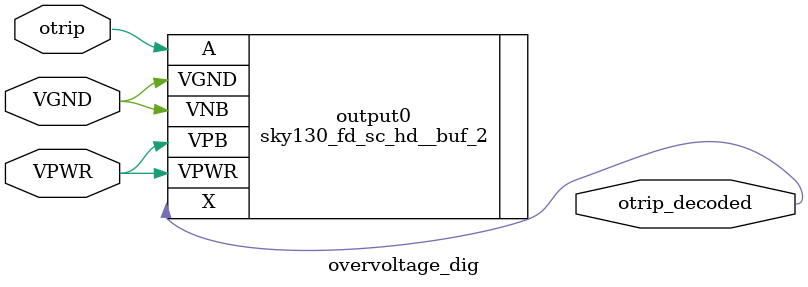
<source format=v>

module overvoltage_dig (
input VPWR, 
input VGND, 
input otrip, 
output otrip_decoded
);

wire VPWR;
wire VGND;
wire otrip;
wire otrip_decoded;

 sky130_fd_sc_hd__buf_2 output0 (.A(otrip),
    .VGND(VGND),
    .VNB(VGND),
    .VPB(VPWR),
    .VPWR(VPWR),
    .X(otrip_decoded));

endmodule

</source>
